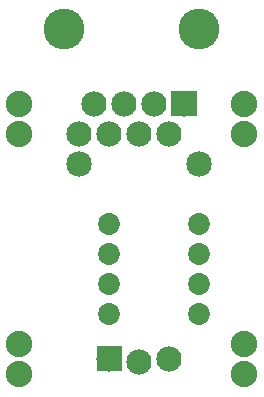
<source format=gbs>
G04 MADE WITH FRITZING*
G04 WWW.FRITZING.ORG*
G04 DOUBLE SIDED*
G04 HOLES PLATED*
G04 CONTOUR ON CENTER OF CONTOUR VECTOR*
%ASAXBY*%
%FSLAX23Y23*%
%MOIN*%
%OFA0B0*%
%SFA1.0B1.0*%
%ADD10C,0.088000*%
%ADD11C,0.084000*%
%ADD12C,0.135984*%
%ADD13C,0.073000*%
%ADD14C,0.085000*%
%ADD15R,0.001000X0.001000*%
%LNMASK0*%
G90*
G70*
G54D10*
X809Y188D03*
X809Y88D03*
X59Y188D03*
X59Y88D03*
X59Y988D03*
X59Y888D03*
X809Y988D03*
X809Y888D03*
G54D11*
X359Y138D03*
X459Y128D03*
X559Y138D03*
X259Y888D03*
X309Y988D03*
X359Y888D03*
X459Y888D03*
X559Y888D03*
X409Y988D03*
X509Y988D03*
X609Y988D03*
G54D12*
X659Y1238D03*
X209Y1238D03*
G54D13*
X659Y288D03*
X659Y388D03*
X659Y488D03*
X659Y588D03*
X359Y588D03*
X359Y488D03*
X359Y388D03*
X359Y288D03*
G54D14*
X259Y788D03*
X659Y788D03*
G54D15*
X566Y1031D02*
X649Y1031D01*
X566Y1030D02*
X649Y1030D01*
X566Y1029D02*
X649Y1029D01*
X566Y1028D02*
X649Y1028D01*
X566Y1027D02*
X649Y1027D01*
X566Y1026D02*
X649Y1026D01*
X566Y1025D02*
X649Y1025D01*
X566Y1024D02*
X649Y1024D01*
X566Y1023D02*
X649Y1023D01*
X566Y1022D02*
X649Y1022D01*
X566Y1021D02*
X649Y1021D01*
X566Y1020D02*
X649Y1020D01*
X566Y1019D02*
X649Y1019D01*
X566Y1018D02*
X649Y1018D01*
X566Y1017D02*
X649Y1017D01*
X566Y1016D02*
X649Y1016D01*
X566Y1015D02*
X649Y1015D01*
X566Y1014D02*
X649Y1014D01*
X566Y1013D02*
X649Y1013D01*
X566Y1012D02*
X649Y1012D01*
X566Y1011D02*
X649Y1011D01*
X566Y1010D02*
X649Y1010D01*
X566Y1009D02*
X649Y1009D01*
X566Y1008D02*
X649Y1008D01*
X566Y1007D02*
X649Y1007D01*
X566Y1006D02*
X649Y1006D01*
X566Y1005D02*
X649Y1005D01*
X566Y1004D02*
X606Y1004D01*
X610Y1004D02*
X649Y1004D01*
X566Y1003D02*
X601Y1003D01*
X614Y1003D02*
X649Y1003D01*
X566Y1002D02*
X599Y1002D01*
X616Y1002D02*
X649Y1002D01*
X566Y1001D02*
X598Y1001D01*
X618Y1001D02*
X649Y1001D01*
X566Y1000D02*
X597Y1000D01*
X619Y1000D02*
X649Y1000D01*
X566Y999D02*
X596Y999D01*
X620Y999D02*
X649Y999D01*
X566Y998D02*
X595Y998D01*
X621Y998D02*
X649Y998D01*
X566Y997D02*
X594Y997D01*
X621Y997D02*
X649Y997D01*
X566Y996D02*
X594Y996D01*
X622Y996D02*
X649Y996D01*
X566Y995D02*
X594Y995D01*
X622Y995D02*
X649Y995D01*
X566Y994D02*
X593Y994D01*
X622Y994D02*
X649Y994D01*
X566Y993D02*
X593Y993D01*
X623Y993D02*
X649Y993D01*
X566Y992D02*
X593Y992D01*
X623Y992D02*
X649Y992D01*
X566Y991D02*
X593Y991D01*
X623Y991D02*
X649Y991D01*
X566Y990D02*
X593Y990D01*
X623Y990D02*
X649Y990D01*
X566Y989D02*
X593Y989D01*
X623Y989D02*
X649Y989D01*
X566Y988D02*
X593Y988D01*
X623Y988D02*
X649Y988D01*
X566Y987D02*
X593Y987D01*
X623Y987D02*
X649Y987D01*
X566Y986D02*
X593Y986D01*
X623Y986D02*
X649Y986D01*
X566Y985D02*
X593Y985D01*
X622Y985D02*
X649Y985D01*
X566Y984D02*
X594Y984D01*
X622Y984D02*
X649Y984D01*
X566Y983D02*
X594Y983D01*
X622Y983D02*
X649Y983D01*
X566Y982D02*
X594Y982D01*
X621Y982D02*
X649Y982D01*
X566Y981D02*
X595Y981D01*
X621Y981D02*
X649Y981D01*
X566Y980D02*
X596Y980D01*
X620Y980D02*
X649Y980D01*
X566Y979D02*
X597Y979D01*
X619Y979D02*
X649Y979D01*
X566Y978D02*
X598Y978D01*
X618Y978D02*
X649Y978D01*
X566Y977D02*
X599Y977D01*
X617Y977D02*
X649Y977D01*
X566Y976D02*
X601Y976D01*
X615Y976D02*
X649Y976D01*
X566Y975D02*
X605Y975D01*
X611Y975D02*
X649Y975D01*
X566Y974D02*
X649Y974D01*
X566Y973D02*
X649Y973D01*
X566Y972D02*
X649Y972D01*
X566Y971D02*
X649Y971D01*
X566Y970D02*
X649Y970D01*
X566Y969D02*
X649Y969D01*
X566Y968D02*
X649Y968D01*
X566Y967D02*
X649Y967D01*
X566Y966D02*
X649Y966D01*
X566Y965D02*
X649Y965D01*
X566Y964D02*
X649Y964D01*
X566Y963D02*
X649Y963D01*
X566Y962D02*
X649Y962D01*
X566Y961D02*
X649Y961D01*
X566Y960D02*
X649Y960D01*
X566Y959D02*
X649Y959D01*
X566Y958D02*
X649Y958D01*
X566Y957D02*
X649Y957D01*
X566Y956D02*
X649Y956D01*
X566Y955D02*
X649Y955D01*
X566Y954D02*
X649Y954D01*
X566Y953D02*
X649Y953D01*
X566Y952D02*
X649Y952D01*
X566Y951D02*
X649Y951D01*
X566Y950D02*
X649Y950D01*
X566Y949D02*
X649Y949D01*
X566Y948D02*
X649Y948D01*
X317Y181D02*
X399Y181D01*
X317Y180D02*
X399Y180D01*
X317Y179D02*
X399Y179D01*
X317Y178D02*
X399Y178D01*
X317Y177D02*
X399Y177D01*
X317Y176D02*
X399Y176D01*
X317Y175D02*
X399Y175D01*
X317Y174D02*
X399Y174D01*
X317Y173D02*
X399Y173D01*
X317Y172D02*
X399Y172D01*
X317Y171D02*
X399Y171D01*
X317Y170D02*
X399Y170D01*
X317Y169D02*
X399Y169D01*
X317Y168D02*
X399Y168D01*
X317Y167D02*
X399Y167D01*
X317Y166D02*
X399Y166D01*
X317Y165D02*
X399Y165D01*
X317Y164D02*
X399Y164D01*
X317Y163D02*
X399Y163D01*
X317Y162D02*
X399Y162D01*
X317Y161D02*
X399Y161D01*
X317Y160D02*
X399Y160D01*
X317Y159D02*
X399Y159D01*
X317Y158D02*
X399Y158D01*
X317Y157D02*
X399Y157D01*
X317Y156D02*
X399Y156D01*
X317Y155D02*
X399Y155D01*
X317Y154D02*
X352Y154D01*
X364Y154D02*
X399Y154D01*
X317Y153D02*
X350Y153D01*
X366Y153D02*
X399Y153D01*
X317Y152D02*
X348Y152D01*
X368Y152D02*
X399Y152D01*
X317Y151D02*
X347Y151D01*
X369Y151D02*
X399Y151D01*
X317Y150D02*
X346Y150D01*
X370Y150D02*
X399Y150D01*
X317Y149D02*
X345Y149D01*
X371Y149D02*
X399Y149D01*
X317Y148D02*
X345Y148D01*
X371Y148D02*
X399Y148D01*
X317Y147D02*
X344Y147D01*
X372Y147D02*
X399Y147D01*
X317Y146D02*
X344Y146D01*
X372Y146D02*
X399Y146D01*
X317Y145D02*
X343Y145D01*
X373Y145D02*
X399Y145D01*
X317Y144D02*
X343Y144D01*
X373Y144D02*
X399Y144D01*
X317Y143D02*
X343Y143D01*
X373Y143D02*
X399Y143D01*
X317Y142D02*
X343Y142D01*
X373Y142D02*
X399Y142D01*
X317Y141D02*
X343Y141D01*
X373Y141D02*
X399Y141D01*
X317Y140D02*
X343Y140D01*
X373Y140D02*
X399Y140D01*
X317Y139D02*
X343Y139D01*
X373Y139D02*
X399Y139D01*
X317Y138D02*
X343Y138D01*
X373Y138D02*
X399Y138D01*
X317Y137D02*
X343Y137D01*
X373Y137D02*
X399Y137D01*
X317Y136D02*
X343Y136D01*
X373Y136D02*
X399Y136D01*
X317Y135D02*
X343Y135D01*
X373Y135D02*
X399Y135D01*
X317Y134D02*
X344Y134D01*
X372Y134D02*
X399Y134D01*
X317Y133D02*
X344Y133D01*
X372Y133D02*
X399Y133D01*
X317Y132D02*
X344Y132D01*
X371Y132D02*
X399Y132D01*
X317Y131D02*
X345Y131D01*
X371Y131D02*
X399Y131D01*
X317Y130D02*
X346Y130D01*
X370Y130D02*
X399Y130D01*
X317Y129D02*
X347Y129D01*
X369Y129D02*
X399Y129D01*
X317Y128D02*
X348Y128D01*
X368Y128D02*
X399Y128D01*
X317Y127D02*
X349Y127D01*
X367Y127D02*
X399Y127D01*
X317Y126D02*
X351Y126D01*
X365Y126D02*
X399Y126D01*
X317Y125D02*
X357Y125D01*
X359Y125D02*
X399Y125D01*
X317Y124D02*
X399Y124D01*
X317Y123D02*
X399Y123D01*
X317Y122D02*
X399Y122D01*
X317Y121D02*
X399Y121D01*
X317Y120D02*
X399Y120D01*
X317Y119D02*
X399Y119D01*
X317Y118D02*
X399Y118D01*
X317Y117D02*
X399Y117D01*
X317Y116D02*
X399Y116D01*
X317Y115D02*
X399Y115D01*
X317Y114D02*
X399Y114D01*
X317Y113D02*
X399Y113D01*
X317Y112D02*
X399Y112D01*
X317Y111D02*
X399Y111D01*
X317Y110D02*
X399Y110D01*
X317Y109D02*
X399Y109D01*
X317Y108D02*
X399Y108D01*
X317Y107D02*
X399Y107D01*
X317Y106D02*
X399Y106D01*
X317Y105D02*
X399Y105D01*
X317Y104D02*
X399Y104D01*
X317Y103D02*
X399Y103D01*
X317Y102D02*
X399Y102D01*
X317Y101D02*
X399Y101D01*
X317Y100D02*
X399Y100D01*
X317Y99D02*
X399Y99D01*
X317Y98D02*
X399Y98D01*
D02*
G04 End of Mask0*
M02*
</source>
